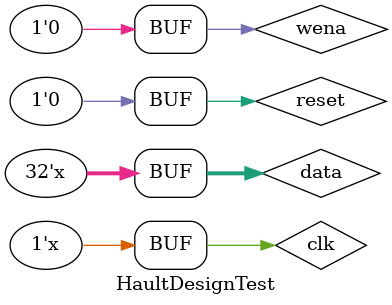
<source format=v>
`timescale 1ns / 1ps


module HaultDesignTest();
    reg clk;
    //reg clk2;
    reg reset;
    reg wena;
    reg [31:0] data;
    wire [31:0] data_IF_out;
    wire [31:0] data_ID_out;
    wire [31:0] data_EXE_out;
    wire [31:0] data_MEM_out;
    wire [31:0] data_WB_out;
    always #8 clk = ~clk;
    always #16 data = data+1'b1;
    
    HaultDesign hd(clk,reset,wena,data,data_IF_out,data_ID_out,data_EXE_out,data_MEM_out,data_WB_out);
    initial begin
        wena = 0;
        clk = 1;
        reset = 0;
        data = 32'h0000_000f;
        #16 wena=1;
        #1 wena=0;

        
    end

endmodule

</source>
